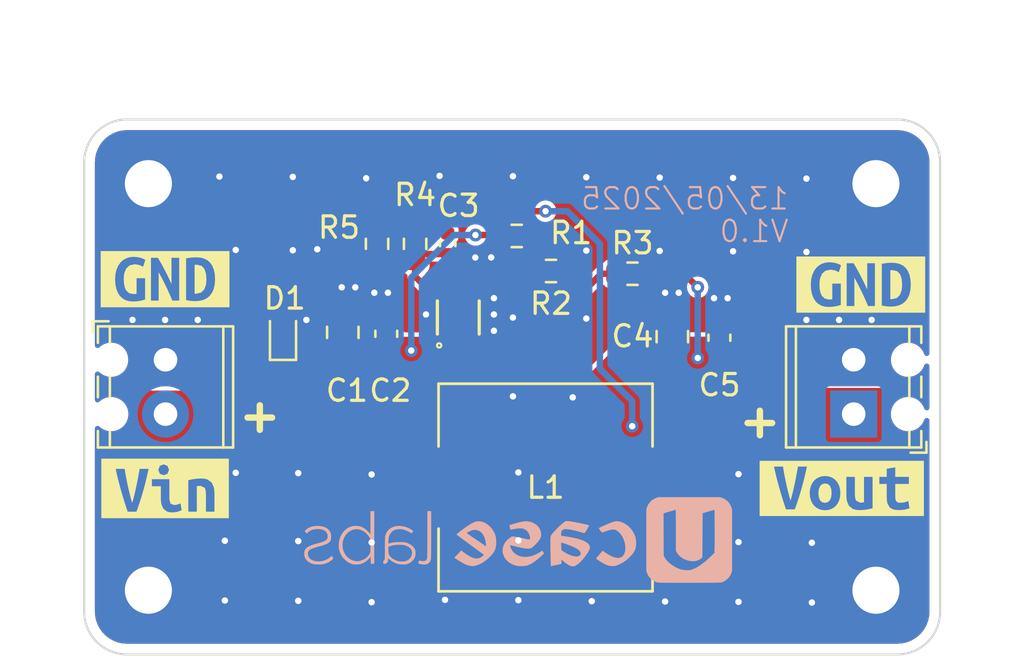
<source format=kicad_pcb>
(kicad_pcb (version 20240108) (generator "pcbnew") (generator_version "8.0")
  (layers (0 "F.Cu" signal) (31 "B.Cu" signal) (34 "B.Paste" user) (35 "F.Paste" user) (36 "B.SilkS" user "B.Silkscreen") (37 "F.SilkS" user "F.Silkscreen") (38 "B.Mask" user) (39 "F.Mask" user) (44 "Edge.Cuts" user))
  (net 0 "")
  (net 1 "/Vin")
  (net 2 "GND")
  (net 3 "/Vout")
  (net 4 "/FB")
  (net 5 "Net-(U1-SW)")
  (net 6 "Net-(U1-EN)")
  (net 7 "Net-(U1-PG)")
  (footprint "Resistor_SMD:R_0603_1608Metric" (layer "F.Cu") (at 35.814 21.082)
    (property "Reference" "R2" (at 0 1.524 180) (layer "F.SilkS"))
    (property "Value" "30k")
    (pad "1" smd roundrect (at -0.825 0) (size 0.8 0.95) (layers "F.Cu" "F.Paste" "F.Mask") (net 6 "Net-(U1-EN)"))
    (pad "2" smd roundrect (at 0.825 0) (size 0.8 0.95) (layers "F.Cu" "F.Paste" "F.Mask") (net 2 "GND"))
  )
  (footprint "Resistor_SMD:R_0603_1608Metric" (layer "F.Cu") (at 39.624 21.209)
    (property "Reference" "R3" (at 0 -1.43 0) (layer "F.SilkS"))
    (property "Value" "10k")
    (pad "1" smd roundrect (at -0.825 0) (size 0.8 0.95) (layers "F.Cu" "F.Paste" "F.Mask") (net 7 "Net-(U1-PG)"))
    (pad "2" smd roundrect (at 0.825 0) (size 0.8 0.95) (layers "F.Cu" "F.Paste" "F.Mask") (net 3 "/Vout"))
  )
  (footprint "Capacitor_SMD:C_0805_2012Metric" (layer "F.Cu") (at 41.485 24.15 90)
    (property "Reference" "C4" (at 0.02 -1.861 0) (layer "F.SilkS"))
    (property "Value" "44uF")
    (pad "1" smd roundrect (at -0.95 0 90) (size 1 1.45) (layers "F.Cu" "F.Paste" "F.Mask") (net 3 "/Vout"))
    (pad "2" smd roundrect (at 0.95 0 90) (size 1 1.45) (layers "F.Cu" "F.Paste" "F.Mask") (net 2 "GND"))
  )
  (footprint "kibuzzard-6822FF75" (layer "F.Cu") (at 49.403 31.242)
    (property "Reference" "kibuzzard-6822FF75" (hide yes))
    (property "Value" "G***" (hide yes))
  )
  (footprint "MountingHole:MountingHole_2.2mm_M2_DIN965_Pad_TopBottom" (layer "F.Cu") (at 51 36)
    (property "Reference" "H3" (hide yes))
    (property "Value" "MountingHole_Pad")
    (pad "1" thru_hole circle (at 0 0) (size 2.6 2.6) (drill 2.2) (layers "*.Cu" "*.Mask") (net 2 "GND"))
    (pad "1" connect circle (at 0 0) (size 3.8 3.8) (layers "F.Cu" "F.Mask") (net 2 "GND"))
    (pad "1" connect circle (at 0 0) (size 3.8 3.8) (layers "B.Cu" "B.Mask") (net 2 "GND"))
  )
  (footprint "TerminalBlock_Phoenix:TerminalBlock_Phoenix_MPT-0,5-2-2.54_1x02_P2.54mm_Horizontal" (layer "F.Cu") (at 17.8 25.23 -90)
    (property "Reference" "J2" (hide yes))
    (property "Value" "Terminal")
    (pad "" np_thru_hole circle (at 0 2.54 270) (size 1.1 1.1) (drill 1.1) (layers "*.Cu" "*.Mask"))
    (pad "" np_thru_hole circle (at 2.54 2.54 270) (size 1.1 1.1) (drill 1.1) (layers "*.Cu" "*.Mask"))
    (pad "1" thru_hole rect (at 0 0 270) (size 2.2 2.2) (drill 1.1) (layers "*.Cu" "*.Mask") (net 2 "GND"))
    (pad "2" thru_hole circle (at 2.54 0 270) (size 2.2 2.2) (drill 1.1) (layers "*.Cu" "*.Mask") (net 1 "/Vin"))
  )
  (footprint "MountingHole:MountingHole_2.2mm_M2_DIN965_Pad_TopBottom" (layer "F.Cu") (at 17 36)
    (property "Reference" "H2" (hide yes))
    (property "Value" "MountingHole_Pad")
    (pad "1" thru_hole circle (at 0 0) (size 2.6 2.6) (drill 2.2) (layers "*.Cu" "*.Mask") (net 2 "GND"))
    (pad "1" connect circle (at 0 0) (size 3.8 3.8) (layers "F.Cu" "F.Mask") (net 2 "GND"))
    (pad "1" connect circle (at 0 0) (size 3.8 3.8) (layers "B.Cu" "B.Mask") (net 2 "GND"))
  )
  (footprint "kibuzzard-68230884" (layer "F.Cu") (at 50.292 21.717)
    (property "Reference" "kibuzzard-68230884" (hide yes))
    (property "Value" "G***" (hide yes))
  )
  (footprint "CLF10040T-4R7N-D:IND_CLF10040T-4R7N-D" (layer "F.Cu") (at 35.56 31.2)
    (property "Reference" "L1" (at 0 0 0) (layer "F.SilkS"))
    (property "Value" "4.7uH")
    (pad "1" smd rect (at -4.05 0) (size 2.5 3.2) (layers "F.Cu" "F.Paste" "F.Mask") (net 5 "Net-(U1-SW)"))
    (pad "2" smd rect (at 4.05 0) (size 2.5 3.2) (layers "F.Cu" "F.Paste" "F.Mask") (net 3 "/Vout"))
  )
  (footprint "Capacitor_SMD:C_0805_2012Metric" (layer "F.Cu") (at 26.085 23.95 90)
    (property "Reference" "C1" (at -2.72 0.191 0) (layer "F.SilkS"))
    (property "Value" "10uF")
    (pad "1" smd roundrect (at -0.95 0 90) (size 1 1.45) (layers "F.Cu" "F.Paste" "F.Mask") (net 1 "/Vin"))
    (pad "2" smd roundrect (at 0.95 0 90) (size 1 1.45) (layers "F.Cu" "F.Paste" "F.Mask") (net 2 "GND"))
  )
  (footprint "kibuzzard-6822FFBE" (layer "F.Cu") (at 17.78 31.242)
    (property "Reference" "kibuzzard-6822FFBE" (hide yes))
    (property "Value" "G***" (hide yes))
  )
  (footprint "kibuzzard-68230884" (layer "F.Cu") (at 17.78 21.463)
    (property "Reference" "kibuzzard-68230884" (hide yes))
    (property "Value" "G***" (hide yes))
  )
  (footprint "Diode_SMD:Nexperia_DSN1608-2_1.6x0.8mm" (layer "F.Cu") (at 23.291 24.222 90)
    (property "Reference" "D1" (at 1.862 0.077 0) (layer "F.SilkS"))
    (property "Value" "PTVS12VZ1USK")
    (pad "1" smd roundrect (at -0.285 0 90) (size 0.93 0.7) (layers "F.Cu" "F.Paste" "F.Mask") (roundrect_rratio 0.1071428571) (net 1 "/Vin"))
    (pad "2" smd roundrect (at 0.6 0 90) (size 0.3 0.7) (layers "F.Cu" "F.Paste" "F.Mask") (net 2 "GND"))
  )
  (footprint "MountingHole:MountingHole_2.2mm_M2_DIN965_Pad_TopBottom" (layer "F.Cu") (at 17 17)
    (property "Reference" "H1" (hide yes))
    (property "Value" "MountingHole_Pad")
    (pad "1" thru_hole circle (at 0 0) (size 2.6 2.6) (drill 2.2) (layers "*.Cu" "*.Mask") (net 2 "GND"))
    (pad "1" connect circle (at 0 0) (size 3.8 3.8) (layers "F.Cu" "F.Mask") (net 2 "GND"))
    (pad "1" connect circle (at 0 0) (size 3.8 3.8) (layers "B.Cu" "B.Mask") (net 2 "GND"))
  )
  (footprint "Resistor_SMD:R_0603_1608Metric" (layer "F.Cu") (at 34.213 19.444)
    (property "Reference" "R1" (at 2.54 -0.14 0) (layer "F.SilkS"))
    (property "Value" "210k")
    (pad "1" smd roundrect (at -0.825 0) (size 0.8 0.95) (layers "F.Cu" "F.Paste" "F.Mask") (net 1 "/Vin"))
    (pad "2" smd roundrect (at 0.825 0) (size 0.8 0.95) (layers "F.Cu" "F.Paste" "F.Mask") (net 6 "Net-(U1-EN)"))
  )
  (footprint "Resistor_SMD:R_0603_1608Metric" (layer "F.Cu") (at 29.464 19.812 -90)
    (property "Reference" "R4" (at -2.286 0 180) (layer "F.SilkS"))
    (property "Value" "220k")
    (pad "1" smd roundrect (at -0.825 0 270) (size 0.8 0.95) (layers "F.Cu" "F.Paste" "F.Mask") (net 3 "/Vout"))
    (pad "2" smd roundrect (at 0.825 0 270) (size 0.8 0.95) (layers "F.Cu" "F.Paste" "F.Mask") (net 4 "/FB"))
  )
  (footprint "MountingHole:MountingHole_2.2mm_M2_DIN965_Pad_TopBottom" (layer "F.Cu") (at 51 17)
    (property "Reference" "H4" (hide yes))
    (property "Value" "MountingHole_Pad")
    (pad "1" thru_hole circle (at 0 0) (size 2.6 2.6) (drill 2.2) (layers "*.Cu" "*.Mask") (net 2 "GND"))
    (pad "1" connect circle (at 0 0) (size 3.8 3.8) (layers "F.Cu" "F.Mask") (net 2 "GND"))
    (pad "1" connect circle (at 0 0) (size 3.8 3.8) (layers "B.Cu" "B.Mask") (net 2 "GND"))
  )
  (footprint "TPS564257DLR:TPS564242DRLR_TEX" (layer "F.Cu") (at 31.482 23.254 90)
    (property "Reference" "U1" (hide yes))
    (property "Value" "XTPS564257DRLR")
    (pad "1" smd rect (at -0.7477 -0.500126 90) (size 0.6064 0.2794) (layers "F.Cu" "F.Paste" "F.Mask") (net 1 "/Vin"))
    (pad "2" smd rect (at -0.7477 0 90) (size 0.6064 0.2794) (layers "F.Cu" "F.Paste" "F.Mask") (net 5 "Net-(U1-SW)"))
    (pad "3" smd rect (at -0.7477 0.500126 90) (size 0.6064 0.2794) (layers "F.Cu" "F.Paste" "F.Mask") (net 2 "GND"))
    (pad "4" smd rect (at 0.7477 0.500126 90) (size 0.6064 0.2794) (layers "F.Cu" "F.Paste" "F.Mask") (net 7 "Net-(U1-PG)"))
    (pad "5" smd rect (at 0.7477 0 90) (size 0.6064 0.2794) (layers "F.Cu" "F.Paste" "F.Mask") (net 6 "Net-(U1-EN)"))
    (pad "6" smd rect (at 0.7477 -0.500126 90) (size 0.6064 0.2794) (layers "F.Cu" "F.Paste" "F.Mask") (net 4 "/FB"))
  )
  (footprint "Capacitor_SMD:C_0603_1608Metric" (layer "F.Cu") (at 43.685 24.2 90)
    (property "Reference" "C5" (at -2.216 0.003 0) (layer "F.SilkS"))
    (property "Value" "100nF")
    (pad "1" smd roundrect (at -0.775 0 90) (size 0.9 0.95) (layers "F.Cu" "F.Paste" "F.Mask") (net 3 "/Vout"))
    (pad "2" smd roundrect (at 0.775 0 90) (size 0.9 0.95) (layers "F.Cu" "F.Paste" "F.Mask") (net 2 "GND"))
  )
  (footprint "Resistor_SMD:R_0603_1608Metric" (layer "F.Cu") (at 27.686 19.812 -90)
    (property "Reference" "R5" (at -0.762 1.778 0) (layer "F.SilkS"))
    (property "Value" "30k")
    (pad "1" smd roundrect (at -0.825 0 270) (size 0.8 0.95) (layers "F.Cu" "F.Paste" "F.Mask") (net 4 "/FB"))
    (pad "2" smd roundrect (at 0.825 0 270) (size 0.8 0.95) (layers "F.Cu" "F.Paste" "F.Mask") (net 2 "GND"))
  )
  (footprint "Capacitor_SMD:C_0603_1608Metric" (layer "F.Cu") (at 28.117 24.016 90)
    (property "Reference" "C2" (at -2.654 0.191 0) (layer "F.SilkS"))
    (property "Value" "100nF")
    (pad "1" smd roundrect (at -0.775 0 90) (size 0.9 0.95) (layers "F.Cu" "F.Paste" "F.Mask") (net 1 "/Vin"))
    (pad "2" smd roundrect (at 0.775 0 90) (size 0.9 0.95) (layers "F.Cu" "F.Paste" "F.Mask") (net 2 "GND"))
  )
  (footprint "TerminalBlock_Phoenix:TerminalBlock_Phoenix_MPT-0,5-2-2.54_1x02_P2.54mm_Horizontal" (layer "F.Cu") (at 49.96 27.77 90)
    (property "Reference" "J1" (hide yes))
    (property "Value" "Terminal")
    (pad "" np_thru_hole circle (at 0 2.54 90) (size 1.1 1.1) (drill 1.1) (layers "*.Cu" "*.Mask"))
    (pad "" np_thru_hole circle (at 2.54 2.54 90) (size 1.1 1.1) (drill 1.1) (layers "*.Cu" "*.Mask"))
    (pad "1" thru_hole rect (at 0 0 90) (size 2.2 2.2) (drill 1.1) (layers "*.Cu" "*.Mask") (net 3 "/Vout"))
    (pad "2" thru_hole circle (at 2.54 0 90) (size 2.2 2.2) (drill 1.1) (layers "*.Cu" "*.Mask") (net 2 "GND"))
  )
  (footprint "Capacitor_SMD:C_0402_1005Metric" (layer "F.Cu") (at 30.988 19.812 -90)
    (property "Reference" "C3" (at -1.778 -0.508 180) (layer "F.SilkS"))
    (property "Value" "10pF")
    (pad "1" smd roundrect (at -0.48 0 270) (size 0.56 0.62) (layers "F.Cu" "F.Paste" "F.Mask") (net 3 "/Vout"))
    (pad "2" smd roundrect (at 0.48 0 270) (size 0.56 0.62) (layers "F.Cu" "F.Paste" "F.Mask") (net 4 "/FB"))
  )
  (footprint "Assets:logo" (layer "B.Cu") (at 34.29 34.036 180)
    (property "Reference" "G***" (hide yes))
    (property "Value" "LOGO" (hide yes))
  )
  (gr_circle (center 30.588174 24.5589) (end 30.688174 24.5589) (stroke (width 0.1)) (fill none) (layer "F.SilkS"))
  (gr_line (start 14 37) (end 14 16) (stroke (width 0.1)) (layer "Edge.Cuts"))
  (gr_line (start 54 16) (end 54 37) (stroke (width 0.1)) (layer "Edge.Cuts"))
  (gr_arc (start 54 37) (mid 53.414214 38.414214) (end 52 39) (stroke (width 0.1)) (layer "Edge.Cuts"))
  (gr_arc (start 14 16) (mid 14.585786 14.585786) (end 16 14) (stroke (width 0.1)) (layer "Edge.Cuts"))
  (gr_line (start 52 39) (end 16 39) (stroke (width 0.1)) (layer "Edge.Cuts"))
  (gr_line (start 16 14) (end 52 14) (stroke (width 0.1)) (layer "Edge.Cuts"))
  (gr_arc (start 52 14) (mid 53.414214 14.585786) (end 54 16) (stroke (width 0.1)) (layer "Edge.Cuts"))
  (gr_arc (start 16 39) (mid 14.585786 38.414214) (end 14 37) (stroke (width 0.1)) (layer "Edge.Cuts"))
  (gr_text "V1.0" (at 46.99 19.812 0) (layer "B.SilkS") (effects (font (size 1 1) (thickness 0.1)) (justify left bottom mirror)))
  (gr_text "13/05/2025" (at 46.99 18.288 -0) (layer "B.SilkS") (effects (font (size 1 1) (thickness 0.1)) (justify left bottom mirror)))
  (gr_text "+" (at 21.082 28.702 0) (layer "F.SilkS") (effects (font (size 1.5 1.5) (thickness 0.3) (bold yes)) (justify left bottom)))
  (gr_text "+" (at 44.45 28.956 0) (layer "F.SilkS") (effects (font (size 1.5 1.5) (thickness 0.3) (bold yes)) (justify left bottom)))
  (segment (start 32.285 19.4) (end 33.344 19.4) (width 0.3) (layer "F.Cu") (net 1))
  (segment (start 33.344 19.4) (end 33.388 19.444) (width 0.3) (layer "F.Cu") (net 1))
  (via (at 32.285 19.4) (size 0.6) (drill 0.3) (layers "F.Cu" "B.Cu") (net 1))
  (via (at 29.285 24.8) (size 0.6) (drill 0.3) (layers "F.Cu" "B.Cu") (net 1))
  (segment (start 31.273 19.4) (end 32.285 19.4) (width 0.3) (layer "B.Cu") (net 1))
  (segment (start 29.285 21.388) (end 31.273 19.4) (width 0.3) (layer "B.Cu") (net 1))
  (segment (start 29.285 24.8) (end 29.285 21.388) (width 0.3) (layer "B.Cu") (net 1))
  (via (at 34.29 33.670875) (size 0.6) (drill 0.3) (layers "F.Cu" "B.Cu") (net 2))
  (via (at 41.148 22.098) (size 0.6) (drill 0.3) (layers "F.Cu" "B.Cu") (net 2))
  (via (at 34.036 26.939875) (size 0.6) (drill 0.3) (layers "F.Cu" "B.Cu") (net 2))
  (via (at 34.036 23.256875) (size 0.6) (drill 0.3) (layers "F.Cu" "B.Cu") (net 2))
  (via (at 27.432 36.560125) (size 0.6) (drill 0.3) (layers "F.Cu" "B.Cu") (net 2))
  (via (at 24.003 30.527625) (size 0.6) (drill 0.3) (layers "F.Cu" "B.Cu") (net 2))
  (via (at 24.003 36.496625) (size 0.6) (drill 0.3) (layers "F.Cu" "B.Cu") (net 2))
  (via (at 47.752 20.193) (size 0.6) (drill 0.3) (layers "F.Cu" "B.Cu") (net 2))
  (via (at 27.432 33.766125) (size 0.6) (drill 0.3) (layers "F.Cu" "B.Cu") (net 2))
  (via (at 27.178 16.748125) (size 0.6) (drill 0.3) (layers "F.Cu" "B.Cu") (net 2))
  (via (at 37.465 16.7005) (size 0.6) (drill 0.3) (layers "F.Cu" "B.Cu") (net 2))
  (via (at 40.894 20.145375) (size 0.6) (drill 0.3) (layers "F.Cu" "B.Cu") (net 2))
  (via (at 29.972 23.114) (size 0.6) (drill 0.3) (layers "F.Cu" "B.Cu") (net 2))
  (via (at 34.29 30.495875) (size 0.6) (drill 0.3) (layers "F.Cu" "B.Cu") (net 2))
  (via (at 48.006 36.576) (size 0.6) (drill 0.3) (layers "F.Cu" "B.Cu") (net 2))
  (via (at 28.194 22.098) (size 0.6) (drill 0.3) (layers "F.Cu" "B.Cu") (net 2))
  (via (at 21.082 30.51175) (size 0.6) (drill 0.3) (layers "F.Cu" "B.Cu") (net 2))
  (via (at 49.276 23.368) (size 0.6) (drill 0.3) (layers "F.Cu" "B.Cu") (net 2))
  (via (at 47.752 16.764) (size 0.6) (drill 0.3) (layers "F.Cu" "B.Cu") (net 2))
  (via (at 44.069 22.352) (size 0.6) (drill 0.3) (layers "F.Cu" "B.Cu") (net 2))
  (via (at 20.574 36.48075) (size 0.6) (drill 0.3) (layers "F.Cu" "B.Cu") (net 2))
  (via (at 33.147 23.876) (size 0.6) (drill 0.3) (layers "F.Cu" "B.Cu") (net 2))
  (via (at 37.719 36.5125) (size 0.6) (drill 0.3) (layers "F.Cu" "B.Cu") (net 2))
  (via (at 34.29 36.464875) (size 0.6) (drill 0.3) (layers "F.Cu" "B.Cu") (net 2))
  (via (at 37.465 23.3045) (size 0.6) (drill 0.3) (layers "F.Cu" "B.Cu") (net 2))
  (via (at 36.83 26.9875) (size 0.6) (drill 0.3) (layers "F.Cu" "B.Cu") (net 2))
  (via (at 40.894 16.716375) (size 0.6) (drill 0.3) (layers "F.Cu" "B.Cu") (net 2))
  (via (at 19.304 23.368) (size 0.6) (drill 0.3) (layers "F.Cu" "B.Cu") (net 2))
  (via (at 33.147 23.114) (size 0.6) (drill 0.3) (layers "F.Cu" "B.Cu") (net 2))
  (via (at 17.78 23.368) (size 0.6) (drill 0.3) (layers "F.Cu" "B.Cu") (net 2))
  (via (at 20.574 33.68675) (size 0.6) (drill 0.3) (layers "F.Cu" "B.Cu") (net 2))
  (via (at 24.003 33.702625) (size 0.6) (drill 0.3) (layers "F.Cu" "B.Cu") (net 2))
  (via (at 23.749 20.113625) (size 0.6) (drill 0.3) (layers "F.Cu" "B.Cu") (net 2))
  (via (at 33.02 20.447) (size 0.6) (drill 0.3) (layers "F.Cu" "B.Cu") (net 2))
  (via (at 44.577 36.54425) (size 0.6) (drill 0.3) (layers "F.Cu" "B.Cu") (net 2))
  (via (at 33.147 22.352) (size 0.6) (drill 0.3) (layers "F.Cu" "B.Cu") (net 2))
  (via (at 30.861 36.449) (size 0.6) (drill 0.3) (layers "F.Cu" "B.Cu") (net 2))
  (via (at 27.559 22.098) (size 0.6) (drill 0.3) (layers "F.Cu" "B.Cu") (net 2))
  (via (at 43.434 22.352) (size 0.6) (drill 0.3) (layers "F.Cu" "B.Cu") (net 2))
  (via (at 37.465 20.1295) (size 0.6) (drill 0.3) (layers "F.Cu" "B.Cu") (net 2))
  (via (at 50.8 23.368) (size 0.6) (drill 0.3) (layers "F.Cu" "B.Cu") (net 2))
  (via (at 23.749 16.684625) (size 0.6) (drill 0.3) (layers "F.Cu" "B.Cu") (net 2))
  (via (at 34.036 16.652875) (size 0.6) (drill 0.3) (layers "F.Cu" "B.Cu") (net 2))
  (via (at 48.006 33.782) (size 0.6) (drill 0.3) (layers "F.Cu" "B.Cu") (net 2))
  (via (at 32.278805 20.452) (size 0.6) (drill 0.3) (layers "F.Cu" "B.Cu") (net 2))
  (via (at 26.67 21.844) (size 0.6) (drill 0.3) (layers "F.Cu" "B.Cu") (net 2))
  (via (at 20.32 16.66875) (size 0.6) (drill 0.3) (layers "F.Cu" "B.Cu") (net 2))
  (via (at 44.577 33.75025) (size 0.6) (drill 0.3) (layers "F.Cu" "B.Cu") (net 2))
  (via (at 27.432 30.591125) (size 0.6) (drill 0.3) (layers "F.Cu" "B.Cu") (net 2))
  (via (at 30.607 16.637) (size 0.6) (drill 0.3) (layers "F.Cu" "B.Cu") (net 2))
  (via (at 16.256 23.368) (size 0.6) (drill 0.3) (layers "F.Cu" "B.Cu") (net 2))
  (via (at 47.752 23.368) (size 0.6) (drill 0.3) (layers "F.Cu" "B.Cu") (net 2))
  (via (at 26.035 21.844) (size 0.6) (drill 0.3) (layers "F.Cu" "B.Cu") (net 2))
  (via (at 24.384 23.368) (size 0.6) (drill 0.3) (layers "F.Cu" "B.Cu") (net 2))
  (via (at 24.892 20.066) (size 0.6) (drill 0.3) (layers "F.Cu" "B.Cu") (net 2))
  (via (at 44.577 30.57525) (size 0.6) (drill 0.3) (layers "F.Cu" "B.Cu") (net 2))
  (via (at 41.148 36.528375) (size 0.6) (drill 0.3) (layers "F.Cu" "B.Cu") (net 2))
  (via (at 44.323 16.73225) (size 0.6) (drill 0.3) (layers "F.Cu" "B.Cu") (net 2))
  (via (at 41.783 22.098) (size 0.6) (drill 0.3) (layers "F.Cu" "B.Cu") (net 2))
  (via (at 44.323 20.16125) (size 0.6) (drill 0.3) (layers "F.Cu" "B.Cu") (net 2))
  (via (at 21.082 20.09775) (size 0.6) (drill 0.3) (layers "F.Cu" "B.Cu") (net 2))
  (segment (start 42.037 21.209) (end 40.449 21.209) (width 0.3) (layer "F.Cu") (net 3))
  (segment (start 30.988 19.332) (end 29.809 19.332) (width 0.3) (layer "F.Cu") (net 3))
  (segment (start 42.626 25.1) (end 42.672 25.146) (width 0.3) (layer "F.Cu") (net 3))
  (segment (start 35.56 18.288) (end 31.623 18.288) (width 0.3) (layer "F.Cu") (net 3))
  (segment (start 29.809 19.332) (end 29.464 18.987) (width 0.3) (layer "F.Cu") (net 3))
  (segment (start 41.485 25.1) (end 42.626 25.1) (width 0.3) (layer "F.Cu") (net 3))
  (segment (start 42.672 21.844) (end 42.037 21.209) (width 0.3) (layer "F.Cu") (net 3))
  (segment (start 30.988 18.923) (end 30.988 19.332) (width 0.3) (layer "F.Cu") (net 3))
  (segment (start 31.623 18.288) (end 30.988 18.923) (width 0.3) (layer "F.Cu") (net 3))
  (via (at 35.56 18.288) (size 0.6) (drill 0.3) (layers "F.Cu" "B.Cu") (net 3))
  (via (at 39.61 28.334) (size 0.6) (drill 0.3) (layers "F.Cu" "B.Cu") (net 3))
  (via (at 42.672 25.146) (size 0.6) (drill 0.3) (layers "F.Cu" "B.Cu") (net 3))
  (via (at 42.672 21.844) (size 0.6) (drill 0.3) (layers "F.Cu" "B.Cu") (net 3))
  (segment (start 36.576 18.288) (end 38.1 19.812) (width 0.3) (layer "B.Cu") (net 3))
  (segment (start 38.1 19.812) (end 38.1 25.654) (width 0.3) (layer "B.Cu") (net 3))
  (segment (start 38.1 25.654) (end 39.61 27.164) (width 0.3) (layer "B.Cu") (net 3))
  (segment (start 35.56 18.288) (end 36.576 18.288) (width 0.3) (layer "B.Cu") (net 3))
  (segment (start 42.672 25.146) (end 42.672 21.844) (width 0.3) (layer "B.Cu") (net 3))
  (segment (start 39.61 27.164) (end 39.61 28.334) (width 0.3) (layer "B.Cu") (net 3))
  (segment (start 27.814 18.987) (end 29.464 20.637) (width 0.3) (layer "F.Cu") (net 4))
  (segment (start 30.988 20.292) (end 29.809 20.292) (width 0.3) (layer "F.Cu") (net 4))
  (segment (start 27.686 18.987) (end 27.814 18.987) (width 0.3) (layer "F.Cu") (net 4))
  (segment (start 29.809 20.292) (end 29.464 20.637) (width 0.3) (layer "F.Cu") (net 4))
  (segment (start 30.6343 22.5063) (end 30.981874 22.5063) (width 0.3) (layer "F.Cu") (net 4))
  (segment (start 29.464 20.637) (end 29.464 21.336) (width 0.3) (layer "F.Cu") (net 4))
  (segment (start 29.464 21.336) (end 30.6343 22.5063) (width 0.3) (layer "F.Cu") (net 4))
  (segment (start 31.482 21.560178) (end 31.960178 21.082) (width 0.3) (layer "F.Cu") (net 6))
  (segment (start 31.960178 21.082) (end 34.989 21.082) (width 0.3) (layer "F.Cu") (net 6))
  (segment (start 35.038 19.444) (end 35.038 21.033) (width 0.3) (layer "F.Cu") (net 6))
  (segment (start 31.482 22.5063) (end 31.482 21.560178) (width 0.3) (layer "F.Cu") (net 6))
  (segment (start 35.038 21.033) (end 34.989 21.082) (width 0.3) (layer "F.Cu") (net 6))
  (segment (start 34.036 22.098) (end 37.2745 22.098) (width 0.3) (layer "F.Cu") (net 7))
  (segment (start 31.982126 22.5063) (end 31.982126 21.865874) (width 0.3) (layer "F.Cu") (net 7))
  (segment (start 38.1635 21.209) (end 38.799 21.209) (width 0.3) (layer "F.Cu") (net 7))
  (segment (start 32.286 21.562) (end 33.5 21.562) (width 0.3) (layer "F.Cu") (net 7))
  (segment (start 31.982126 21.865874) (end 32.286 21.562) (width 0.3) (layer "F.Cu") (net 7))
  (segment (start 33.5 21.562) (end 34.036 22.098) (width 0.3) (layer "F.Cu") (net 7))
  (segment (start 37.2745 22.098) (end 38.1635 21.209) (width 0.3) (layer "F.Cu") (net 7))
  (zone (net 5) (net_name "Net-(U1-SW)") (layer "F.Cu") (name "IND") (priority 1) (connect_pads yes (clearance 0.2)) (min_thickness 0.25) (fill yes (thermal_gap 0.5) (thermal_bridge_width 0.5))
    (polygon (pts (xy 31.242 23.622) (xy 31.623 23.622) (xy 31.623 24.511) (xy 31.877 24.765) (xy 32.512 25.4) (xy 32.512 28.702) (xy 33.02 29.21) (xy 33.02 33.147) (xy 32.639 33.528) (xy 30.353 33.528) (xy 29.972 33.147) (xy 29.972 28.956) (xy 30.099 28.829) (xy 30.099 25.781) (xy 31.242 24.638)))
  )
  (zone (net 1) (net_name "/Vin") (layer "F.Cu") (name "VIN") (connect_pads yes (clearance 0.2)) (min_thickness 0.25) (fill yes (thermal_gap 0.5) (thermal_bridge_width 0.5))
    (polygon (pts (xy 20.719765 26.67) (xy 20.728478 24.663683) (xy 21.463 24.003) (xy 28.72742 24.003) (xy 28.881 24.15658) (xy 30.353 24.15658) (xy 30.48 24.003) (xy 30.606999 23.622) (xy 31.0518 23.622) (xy 31.115 23.622) (xy 31.115 24.511) (xy 29.813724 25.81173) (xy 29.801014 26.954027) (xy 29.280556 27.432) (xy 23.989874 27.432) (xy 22.28176 29.337) (xy 20.574 29.337) (xy 16.768867 29.337) (xy 16.129 28.829) (xy 16.129 26.924) (xy 16.383 26.67)))
  )
  (zone (net 3) (net_name "/Vout") (layer "F.Cu") (name "VOUT") (connect_pads yes (clearance 0.2)) (min_thickness 0.25) (fill yes (thermal_gap 0.5) (thermal_bridge_width 0.5))
    (polygon (pts (xy 37.465 33.655) (xy 41.656 33.655) (xy 41.783 33.528) (xy 41.783 31.496) (xy 43.327253 29.951747) (xy 50.693253 29.951747) (xy 51.562 29.083) (xy 51.562 26.67) (xy 51.435 26.543) (xy 48.514 26.543) (xy 46.121 24.15) (xy 39.35 24.15) (xy 37.465 26.035) (xy 37.465 28.829)))
  )
  (zone (net 2) (net_name "GND") (layers "F&B.Cu") (name "GND") (connect_pads yes (clearance 0.2)) (min_thickness 0.25) (fill yes (thermal_gap 0.5) (thermal_bridge_width 0.5))
    (polygon (pts (xy 13.97 13.97) (xy 53.975 13.97) (xy 53.975 38.989) (xy 53.721 39.243) (xy 13.97 39.243)))
  )
)
</source>
